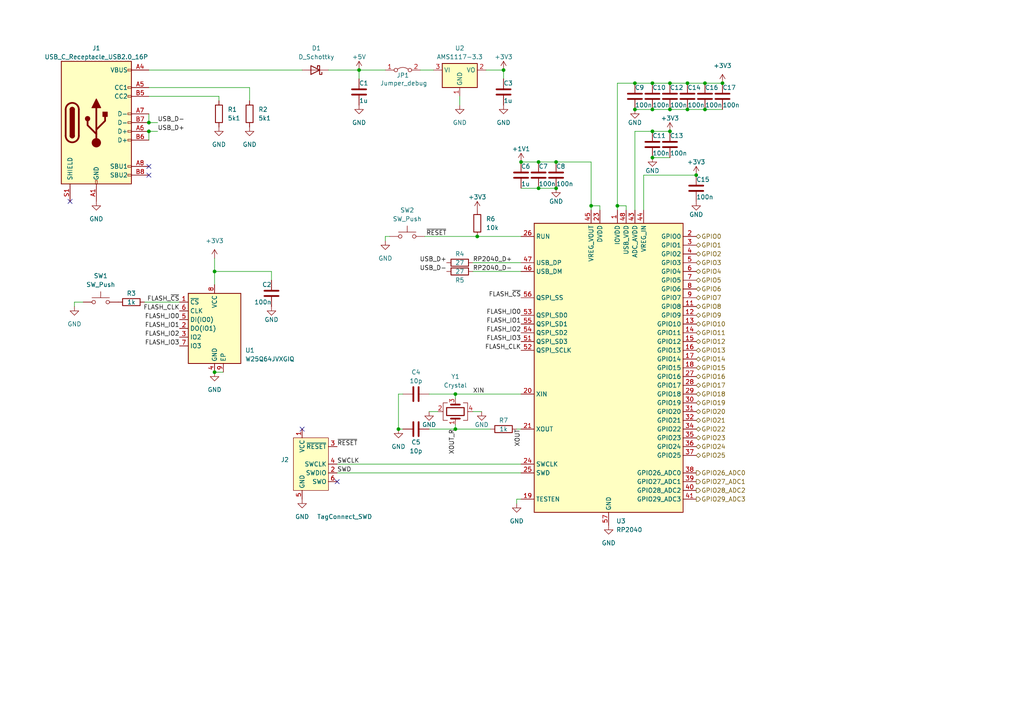
<source format=kicad_sch>
(kicad_sch (version 20231120) (generator "eeschema") (generator_version "8.0")
  (paper "A4")
  (lib_symbols
    (symbol "+3V3_1" (power) (pin_numbers hide) (pin_names (offset 0) hide)
      (property "Value" "+3V3" (at 0 3.556 0))
      (symbol "+3V3_1_0_1"
        (polyline (pts (xy -0.762 1.27) (xy 0 2.54)))
        (polyline (pts (xy 0 0) (xy 0 2.54)))
        (polyline (pts (xy 0 2.54) (xy 0.762 1.27)))
      )
      (symbol "+3V3_1_1_1"
        (pin power_in line (at 0 0 90) (length 0) (name "~") (number "1"))
      )
    )
    (symbol "Connector:Conn_ARM_SWD_TagConnect_TC2030-NL" (in_bom no)
      (property "Reference" "J" (at 2.54 11.43 0))
      (property "Value" "Conn_ARM_SWD_TagConnect_TC2030-NL" (at 2.54 8.89 0))
      (symbol "Conn_ARM_SWD_TagConnect_TC2030-NL_0_0"
        (pin power_in line (at -2.54 10.16 270) (length 2.54) (name "VCC") (number "1"))
        (pin bidirectional line (at 7.62 -2.54 180) (length 2.54) (name "SWDIO") (number "2"))
        (pin open_collector line (at 7.62 5.08 180) (length 2.54) (name "~{RESET}") (number "3"))
        (pin output line (at 7.62 0 180) (length 2.54) (name "SWCLK") (number "4"))
        (pin power_in line (at -2.54 -10.16 90) (length 2.54) (name "GND") (number "5"))
        (pin input line (at 7.62 -5.08 180) (length 2.54) (name "SWO") (number "6"))
      )
      (symbol "Conn_ARM_SWD_TagConnect_TC2030-NL_0_1"
        (rectangle (start -5.08 7.62) (end 5.08 -7.62) (fill (type background)))
      )
    )
    (symbol "Connector:USB_C_Receptacle_USB2.0_16P" (pin_names (offset 1.016))
      (property "Reference" "J" (at 0 22.225 0))
      (property "Value" "USB_C_Receptacle_USB2.0_16P" (at 0 19.685 0))
      (symbol "USB_C_Receptacle_USB2.0_16P_0_0"
        (rectangle (start -0.254 -17.78) (end 0.254 -16.764))
        (rectangle (start 10.16 -14.986) (end 9.144 -15.494))
        (rectangle (start 10.16 -12.446) (end 9.144 -12.954))
        (rectangle (start 10.16 -4.826) (end 9.144 -5.334))
        (rectangle (start 10.16 -2.286) (end 9.144 -2.794))
        (rectangle (start 10.16 0.254) (end 9.144 -0.254))
        (rectangle (start 10.16 2.794) (end 9.144 2.286))
        (rectangle (start 10.16 7.874) (end 9.144 7.366))
        (rectangle (start 10.16 10.414) (end 9.144 9.906))
        (rectangle (start 10.16 15.494) (end 9.144 14.986))
      )
      (symbol "USB_C_Receptacle_USB2.0_16P_0_1"
        (rectangle (start -10.16 17.78) (end 10.16 -17.78) (stroke (width 0.254)) (fill (type background)))
        (arc (start -8.89 -3.81) (mid -6.985 -5.7067) (end -5.08 -3.81) (stroke (width 0.508)))
        (arc (start -7.62 -3.81) (mid -6.985 -4.4423) (end -6.35 -3.81) (stroke (width 0.254)))
        (arc (start -7.62 -3.81) (mid -6.985 -4.4423) (end -6.35 -3.81) (stroke (width 0.254)) (fill (type outline)))
        (rectangle (start -7.62 -3.81) (end -6.35 3.81) (stroke (width 0.254)) (fill (type outline)))
        (arc (start -6.35 3.81) (mid -6.985 4.4423) (end -7.62 3.81) (stroke (width 0.254)))
        (arc (start -6.35 3.81) (mid -6.985 4.4423) (end -7.62 3.81) (stroke (width 0.254)) (fill (type outline)))
        (arc (start -5.08 3.81) (mid -6.985 5.7067) (end -8.89 3.81) (stroke (width 0.508)))
        (circle (center -2.54 1.143) (radius 0.635) (stroke (width 0.254)) (fill (type outline)))
        (circle (center 0 -5.842) (radius 1.27) (fill (type outline)))
        (polyline (pts (xy -8.89 -3.81) (xy -8.89 3.81)) (stroke (width 0.508)))
        (polyline (pts (xy -5.08 3.81) (xy -5.08 -3.81)) (stroke (width 0.508)))
        (polyline (pts (xy 0 -5.842) (xy 0 4.318)) (stroke (width 0.508)))
        (polyline (pts (xy 0 -3.302) (xy -2.54 -0.762) (xy -2.54 0.508)) (stroke (width 0.508)))
        (polyline (pts (xy 0 -2.032) (xy 2.54 0.508) (xy 2.54 1.778)) (stroke (width 0.508)))
        (polyline (pts (xy -1.27 4.318) (xy 0 6.858) (xy 1.27 4.318) (xy -1.27 4.318)) (stroke (width 0.254)) (fill (type outline)))
        (rectangle (start 1.905 1.778) (end 3.175 3.048) (stroke (width 0.254)) (fill (type outline)))
      )
      (symbol "USB_C_Receptacle_USB2.0_16P_1_1"
        (pin passive line (at 0 -22.86 90) (length 5.08) (name "GND") (number "A1"))
        (pin passive line (at 0 -22.86 90) (length 5.08) hide (name "GND") (number "A12"))
        (pin passive line (at 15.24 15.24 180) (length 5.08) (name "VBUS") (number "A4"))
        (pin bidirectional line (at 15.24 10.16 180) (length 5.08) (name "CC1") (number "A5"))
        (pin bidirectional line (at 15.24 -2.54 180) (length 5.08) (name "D+") (number "A6"))
        (pin bidirectional line (at 15.24 2.54 180) (length 5.08) (name "D-") (number "A7"))
        (pin bidirectional line (at 15.24 -12.7 180) (length 5.08) (name "SBU1") (number "A8"))
        (pin passive line (at 15.24 15.24 180) (length 5.08) hide (name "VBUS") (number "A9"))
        (pin passive line (at 0 -22.86 90) (length 5.08) hide (name "GND") (number "B1"))
        (pin passive line (at 0 -22.86 90) (length 5.08) hide (name "GND") (number "B12"))
        (pin passive line (at 15.24 15.24 180) (length 5.08) hide (name "VBUS") (number "B4"))
        (pin bidirectional line (at 15.24 7.62 180) (length 5.08) (name "CC2") (number "B5"))
        (pin bidirectional line (at 15.24 -5.08 180) (length 5.08) (name "D+") (number "B6"))
        (pin bidirectional line (at 15.24 0 180) (length 5.08) (name "D-") (number "B7"))
        (pin bidirectional line (at 15.24 -15.24 180) (length 5.08) (name "SBU2") (number "B8"))
        (pin passive line (at 15.24 15.24 180) (length 5.08) hide (name "VBUS") (number "B9"))
        (pin passive line (at -7.62 -22.86 90) (length 5.08) (name "SHIELD") (number "S1"))
      )
    )
    (symbol "Device:C" (pin_numbers hide) (pin_names (offset 0.254))
      (property "Reference" "C" (at 0.635 2.54 0))
      (property "Value" "C" (at 0.635 -2.54 0))
      (symbol "C_0_1"
        (polyline (pts (xy -2.032 -0.762) (xy 2.032 -0.762)) (stroke (width 0.508)))
        (polyline (pts (xy -2.032 0.762) (xy 2.032 0.762)) (stroke (width 0.508)))
      )
      (symbol "C_1_1"
        (pin passive line (at 0 3.81 270) (length 2.794) (name "~") (number "1"))
        (pin passive line (at 0 -3.81 90) (length 2.794) (name "~") (number "2"))
      )
    )
    (symbol "Device:Crystal_GND24" (pin_names (offset 1.016) hide)
      (property "Reference" "Y" (at 3.175 5.08 0))
      (property "Value" "Crystal_GND24" (at 3.175 3.175 0))
      (symbol "Crystal_GND24_0_1"
        (rectangle (start -1.143 2.54) (end 1.143 -2.54) (stroke (width 0.3048)))
        (polyline (pts (xy -2.54 0) (xy -2.032 0)))
        (polyline (pts (xy -2.032 -1.27) (xy -2.032 1.27)) (stroke (width 0.508)))
        (polyline (pts (xy 0 -3.81) (xy 0 -3.556)))
        (polyline (pts (xy 0 3.556) (xy 0 3.81)))
        (polyline (pts (xy 2.032 -1.27) (xy 2.032 1.27)) (stroke (width 0.508)))
        (polyline (pts (xy 2.032 0) (xy 2.54 0)))
        (polyline (pts (xy -2.54 -2.286) (xy -2.54 -3.556) (xy 2.54 -3.556) (xy 2.54 -2.286)))
        (polyline (pts (xy -2.54 2.286) (xy -2.54 3.556) (xy 2.54 3.556) (xy 2.54 2.286)))
      )
      (symbol "Crystal_GND24_1_1"
        (pin passive line (at -3.81 0 0) (length 1.27) (name "1") (number "1"))
        (pin passive line (at 0 5.08 270) (length 1.27) (name "2") (number "2"))
        (pin passive line (at 3.81 0 180) (length 1.27) (name "3") (number "3"))
        (pin passive line (at 0 -5.08 90) (length 1.27) (name "4") (number "4"))
      )
    )
    (symbol "Device:D_Schottky" (pin_numbers hide) (pin_names (offset 1.016) hide)
      (property "Reference" "D" (at 0 2.54 0))
      (property "Value" "D_Schottky" (at 0 -2.54 0))
      (symbol "D_Schottky_0_1"
        (polyline (pts (xy 1.27 0) (xy -1.27 0)))
        (polyline (pts (xy 1.27 1.27) (xy 1.27 -1.27) (xy -1.27 0) (xy 1.27 1.27)) (stroke (width 0.254)))
        (polyline (pts (xy -1.905 0.635) (xy -1.905 1.27) (xy -1.27 1.27) (xy -1.27 -1.27) (xy -0.635 -1.27) (xy -0.635 -0.635)) (stroke (width 0.254)))
      )
      (symbol "D_Schottky_1_1"
        (pin passive line (at -3.81 0 0) (length 2.54) (name "K") (number "1"))
        (pin passive line (at 3.81 0 180) (length 2.54) (name "A") (number "2"))
      )
    )
    (symbol "Device:R" (pin_numbers hide) (pin_names (offset 0))
      (property "Reference" "R" (at 2.032 0 90))
      (property "Value" "R" (at 0 0 90))
      (symbol "R_0_1"
        (rectangle (start -1.016 -2.54) (end 1.016 2.54) (stroke (width 0.254)))
      )
      (symbol "R_1_1"
        (pin passive line (at 0 3.81 270) (length 1.27) (name "~") (number "1"))
        (pin passive line (at 0 -3.81 90) (length 1.27) (name "~") (number "2"))
      )
    )
    (symbol "Jumper:Jumper_2_Bridged" (pin_names (offset 0) hide)
      (property "Reference" "JP" (at 0 1.905 0))
      (property "Value" "Jumper_2_Bridged" (at 0 -2.54 0))
      (symbol "Jumper_2_Bridged_0_0"
        (circle (center -2.032 0) (radius 0.508))
        (circle (center 2.032 0) (radius 0.508))
      )
      (symbol "Jumper_2_Bridged_0_1"
        (arc (start 1.524 0.254) (mid 0 0.762) (end -1.524 0.254))
      )
      (symbol "Jumper_2_Bridged_1_1"
        (pin passive line (at -5.08 0 0) (length 2.54) (name "A") (number "1"))
        (pin passive line (at 5.08 0 180) (length 2.54) (name "B") (number "2"))
      )
    )
    (symbol "MCU_RaspberryPi:RP2040"
      (property "Reference" "U" (at 17.78 45.72 0))
      (property "Value" "RP2040" (at 17.78 43.18 0))
      (symbol "RP2040_0_1"
        (rectangle (start -21.59 41.91) (end 21.59 -41.91) (stroke (width 0.254)) (fill (type background)))
      )
      (symbol "RP2040_1_1"
        (pin power_in line (at 2.54 45.72 270) (length 3.81) (name "IOVDD") (number "1"))
        (pin passive line (at 2.54 45.72 270) (length 3.81) hide (name "IOVDD") (number "10"))
        (pin bidirectional line (at 25.4 17.78 180) (length 3.81) (name "GPIO8") (number "11"))
        (pin bidirectional line (at 25.4 15.24 180) (length 3.81) (name "GPIO9") (number "12"))
        (pin bidirectional line (at 25.4 12.7 180) (length 3.81) (name "GPIO10") (number "13"))
        (pin bidirectional line (at 25.4 10.16 180) (length 3.81) (name "GPIO11") (number "14"))
        (pin bidirectional line (at 25.4 7.62 180) (length 3.81) (name "GPIO12") (number "15"))
        (pin bidirectional line (at 25.4 5.08 180) (length 3.81) (name "GPIO13") (number "16"))
        (pin bidirectional line (at 25.4 2.54 180) (length 3.81) (name "GPIO14") (number "17"))
        (pin bidirectional line (at 25.4 0 180) (length 3.81) (name "GPIO15") (number "18"))
        (pin input line (at -25.4 -38.1 0) (length 3.81) (name "TESTEN") (number "19"))
        (pin bidirectional line (at 25.4 38.1 180) (length 3.81) (name "GPIO0") (number "2"))
        (pin input line (at -25.4 -7.62 0) (length 3.81) (name "XIN") (number "20"))
        (pin passive line (at -25.4 -17.78 0) (length 3.81) (name "XOUT") (number "21"))
        (pin passive line (at 2.54 45.72 270) (length 3.81) hide (name "IOVDD") (number "22"))
        (pin power_in line (at -2.54 45.72 270) (length 3.81) (name "DVDD") (number "23"))
        (pin input line (at -25.4 -27.94 0) (length 3.81) (name "SWCLK") (number "24"))
        (pin bidirectional line (at -25.4 -30.48 0) (length 3.81) (name "SWD") (number "25"))
        (pin input line (at -25.4 38.1 0) (length 3.81) (name "RUN") (number "26"))
        (pin bidirectional line (at 25.4 -2.54 180) (length 3.81) (name "GPIO16") (number "27"))
        (pin bidirectional line (at 25.4 -5.08 180) (length 3.81) (name "GPIO17") (number "28"))
        (pin bidirectional line (at 25.4 -7.62 180) (length 3.81) (name "GPIO18") (number "29"))
        (pin bidirectional line (at 25.4 35.56 180) (length 3.81) (name "GPIO1") (number "3"))
        (pin bidirectional line (at 25.4 -10.16 180) (length 3.81) (name "GPIO19") (number "30"))
        (pin bidirectional line (at 25.4 -12.7 180) (length 3.81) (name "GPIO20") (number "31"))
        (pin bidirectional line (at 25.4 -15.24 180) (length 3.81) (name "GPIO21") (number "32"))
        (pin passive line (at 2.54 45.72 270) (length 3.81) hide (name "IOVDD") (number "33"))
        (pin bidirectional line (at 25.4 -17.78 180) (length 3.81) (name "GPIO22") (number "34"))
        (pin bidirectional line (at 25.4 -20.32 180) (length 3.81) (name "GPIO23") (number "35"))
        (pin bidirectional line (at 25.4 -22.86 180) (length 3.81) (name "GPIO24") (number "36"))
        (pin bidirectional line (at 25.4 -25.4 180) (length 3.81) (name "GPIO25") (number "37"))
        (pin bidirectional line (at 25.4 -30.48 180) (length 3.81) (name "GPIO26_ADC0") (number "38"))
        (pin bidirectional line (at 25.4 -33.02 180) (length 3.81) (name "GPIO27_ADC1") (number "39"))
        (pin bidirectional line (at 25.4 33.02 180) (length 3.81) (name "GPIO2") (number "4"))
        (pin bidirectional line (at 25.4 -35.56 180) (length 3.81) (name "GPIO28_ADC2") (number "40"))
        (pin bidirectional line (at 25.4 -38.1 180) (length 3.81) (name "GPIO29_ADC3") (number "41"))
        (pin passive line (at 2.54 45.72 270) (length 3.81) hide (name "IOVDD") (number "42"))
        (pin power_in line (at 7.62 45.72 270) (length 3.81) (name "ADC_AVDD") (number "43"))
        (pin power_in line (at 10.16 45.72 270) (length 3.81) (name "VREG_IN") (number "44"))
        (pin power_out line (at -5.08 45.72 270) (length 3.81) (name "VREG_VOUT") (number "45"))
        (pin bidirectional line (at -25.4 27.94 0) (length 3.81) (name "USB_DM") (number "46"))
        (pin bidirectional line (at -25.4 30.48 0) (length 3.81) (name "USB_DP") (number "47"))
        (pin power_in line (at 5.08 45.72 270) (length 3.81) (name "USB_VDD") (number "48"))
        (pin passive line (at 2.54 45.72 270) (length 3.81) hide (name "IOVDD") (number "49"))
        (pin bidirectional line (at 25.4 30.48 180) (length 3.81) (name "GPIO3") (number "5"))
        (pin passive line (at -2.54 45.72 270) (length 3.81) hide (name "DVDD") (number "50"))
        (pin bidirectional line (at -25.4 7.62 0) (length 3.81) (name "QSPI_SD3") (number "51"))
        (pin output line (at -25.4 5.08 0) (length 3.81) (name "QSPI_SCLK") (number "52"))
        (pin bidirectional line (at -25.4 15.24 0) (length 3.81) (name "QSPI_SD0") (number "53"))
        (pin bidirectional line (at -25.4 10.16 0) (length 3.81) (name "QSPI_SD2") (number "54"))
        (pin bidirectional line (at -25.4 12.7 0) (length 3.81) (name "QSPI_SD1") (number "55"))
        (pin bidirectional line (at -25.4 20.32 0) (length 3.81) (name "QSPI_SS") (number "56"))
        (pin power_in line (at 0 -45.72 90) (length 3.81) (name "GND") (number "57"))
        (pin bidirectional line (at 25.4 27.94 180) (length 3.81) (name "GPIO4") (number "6"))
        (pin bidirectional line (at 25.4 25.4 180) (length 3.81) (name "GPIO5") (number "7"))
        (pin bidirectional line (at 25.4 22.86 180) (length 3.81) (name "GPIO6") (number "8"))
        (pin bidirectional line (at 25.4 20.32 180) (length 3.81) (name "GPIO7") (number "9"))
      )
    )
    (symbol "Memory_Flash:W25Q32JVZP"
      (property "Reference" "U" (at -6.35 11.43 0))
      (property "Value" "W25Q32JVZP" (at 7.62 11.43 0))
      (symbol "W25Q32JVZP_0_1"
        (rectangle (start -7.62 10.16) (end 7.62 -10.16) (stroke (width 0.254)) (fill (type background)))
      )
      (symbol "W25Q32JVZP_1_1"
        (pin input line (at -10.16 7.62 0) (length 2.54) (name "~{CS}") (number "1"))
        (pin bidirectional line (at -10.16 0 0) (length 2.54) (name "DO(IO1)") (number "2"))
        (pin bidirectional line (at -10.16 -2.54 0) (length 2.54) (name "IO2") (number "3"))
        (pin power_in line (at 0 -12.7 90) (length 2.54) (name "GND") (number "4"))
        (pin bidirectional line (at -10.16 2.54 0) (length 2.54) (name "DI(IO0)") (number "5"))
        (pin input line (at -10.16 5.08 0) (length 2.54) (name "CLK") (number "6"))
        (pin bidirectional line (at -10.16 -5.08 0) (length 2.54) (name "IO3") (number "7"))
        (pin power_in line (at 0 12.7 270) (length 2.54) (name "VCC") (number "8"))
        (pin passive line (at 2.54 -12.7 90) (length 2.54) (name "EP") (number "9"))
      )
    )
    (symbol "Regulator_Linear:AMS1117-3.3"
      (property "Reference" "U" (at -3.81 3.175 0))
      (property "Value" "AMS1117-3.3" (at 0 3.175 0))
      (symbol "AMS1117-3.3_0_1"
        (rectangle (start -5.08 -5.08) (end 5.08 1.905) (stroke (width 0.254)) (fill (type background)))
      )
      (symbol "AMS1117-3.3_1_1"
        (pin power_in line (at 0 -7.62 90) (length 2.54) (name "GND") (number "1"))
        (pin power_out line (at 7.62 0 180) (length 2.54) (name "VO") (number "2"))
        (pin power_in line (at -7.62 0 0) (length 2.54) (name "VI") (number "3"))
      )
    )
    (symbol "Switch:SW_Push" (pin_numbers hide) (pin_names (offset 1.016) hide)
      (property "Reference" "SW" (at 1.27 2.54 0))
      (property "Value" "SW_Push" (at 0 -1.524 0))
      (symbol "SW_Push_0_1"
        (circle (center -2.032 0) (radius 0.508))
        (polyline (pts (xy 0 1.27) (xy 0 3.048)))
        (polyline (pts (xy 2.54 1.27) (xy -2.54 1.27)))
        (circle (center 2.032 0) (radius 0.508))
        (pin passive line (at -5.08 0 0) (length 2.54) (name "1") (number "1"))
        (pin passive line (at 5.08 0 180) (length 2.54) (name "2") (number "2"))
      )
    )
    (symbol "power:+1V1" (power) (pin_names (offset 0))
      (property "Value" "+1V1" (at 0 3.556 0))
      (symbol "+1V1_0_1"
        (polyline (pts (xy -0.762 1.27) (xy 0 2.54)))
        (polyline (pts (xy 0 0) (xy 0 2.54)))
        (polyline (pts (xy 0 2.54) (xy 0.762 1.27)))
      )
      (symbol "+1V1_1_1"
        (pin power_in line (at 0 0 90) (length 0) hide (name "+1V1") (number "1"))
      )
    )
    (symbol "power:+3V3" (power) (pin_names (offset 0))
      (property "Value" "+3V3" (at 0 3.556 0))
      (symbol "+3V3_0_1"
        (polyline (pts (xy -0.762 1.27) (xy 0 2.54)))
        (polyline (pts (xy 0 0) (xy 0 2.54)))
        (polyline (pts (xy 0 2.54) (xy 0.762 1.27)))
      )
      (symbol "+3V3_1_1"
        (pin power_in line (at 0 0 90) (length 0) hide (name "+3V3") (number "1"))
      )
    )
    (symbol "power:+5V" (power) (pin_numbers hide) (pin_names (offset 0) hide)
      (property "Value" "+5V" (at 0 3.556 0))
      (symbol "+5V_0_1"
        (polyline (pts (xy -0.762 1.27) (xy 0 2.54)))
        (polyline (pts (xy 0 0) (xy 0 2.54)))
        (polyline (pts (xy 0 2.54) (xy 0.762 1.27)))
      )
      (symbol "+5V_1_1"
        (pin power_in line (at 0 0 90) (length 0) (name "~") (number "1"))
      )
    )
    (symbol "power:GND" (power) (pin_names (offset 0))
      (property "Value" "GND" (at 0 -3.81 0))
      (symbol "GND_0_1"
        (polyline (pts (xy 0 0) (xy 0 -1.27) (xy 1.27 -1.27) (xy 0 -2.54) (xy -1.27 -1.27) (xy 0 -1.27)))
      )
      (symbol "GND_1_1"
        (pin power_in line (at 0 0 270) (length 0) hide (name "GND") (number "1"))
      )
    )
  )
  (junction (at 43.18 38.1))
  (junction (at 199.39 24.13))
  (junction (at 201.93 50.8))
  (junction (at 199.39 31.75))
  (junction (at 161.29 54.61))
  (junction (at 62.23 78.74))
  (junction (at 204.47 31.75))
  (junction (at 194.31 38.1))
  (junction (at 209.55 24.13))
  (junction (at 194.31 31.75))
  (junction (at 189.23 24.13))
  (junction (at 156.21 54.61))
  (junction (at 146.05 20.32))
  (junction (at 161.29 46.99))
  (junction (at 189.23 38.1))
  (junction (at 189.23 31.75))
  (junction (at 194.31 24.13))
  (junction (at 132.08 124.46))
  (junction (at 132.08 114.3))
  (junction (at 43.18 35.56))
  (junction (at 62.23 107.95))
  (junction (at 171.45 59.69))
  (junction (at 104.14 20.32))
  (junction (at 115.57 124.46))
  (junction (at 189.23 45.72))
  (junction (at 156.21 46.99))
  (junction (at 204.47 24.13))
  (junction (at 184.15 31.75))
  (junction (at 184.15 24.13))
  (junction (at 179.07 59.69))
  (junction (at 151.13 46.99))
  (junction (at 138.43 68.58))
  (no_connect (at 87.63 124.46))
  (no_connect (at 43.18 50.8))
  (no_connect (at 97.79 139.7))
  (no_connect (at 20.32 58.42))
  (no_connect (at 43.18 48.26))
  (wire (pts (xy 72.39 25.4) (xy 72.39 29.21)))
  (wire (pts (xy 179.07 24.13) (xy 184.15 24.13)))
  (wire (pts (xy 97.79 134.62) (xy 151.13 134.62)))
  (wire (pts (xy 21.59 88.9) (xy 21.59 87.63)))
  (wire (pts (xy 139.7 119.38) (xy 137.16 119.38)))
  (wire (pts (xy 171.45 46.99) (xy 171.45 59.69)))
  (wire (pts (xy 204.47 24.13) (xy 209.55 24.13)))
  (wire (pts (xy 149.86 144.78) (xy 151.13 144.78)))
  (wire (pts (xy 189.23 31.75) (xy 194.31 31.75)))
  (wire (pts (xy 199.39 31.75) (xy 204.47 31.75)))
  (wire (pts (xy 123.19 68.58) (xy 138.43 68.58)))
  (wire (pts (xy 111.76 68.58) (xy 113.03 68.58)))
  (wire (pts (xy 116.84 124.46) (xy 115.57 124.46)))
  (wire (pts (xy 43.18 38.1) (xy 45.72 38.1)))
  (wire (pts (xy 138.43 68.58) (xy 151.13 68.58)))
  (wire (pts (xy 43.18 38.1) (xy 43.18 40.64)))
  (wire (pts (xy 189.23 45.72) (xy 194.31 45.72)))
  (wire (pts (xy 151.13 54.61) (xy 156.21 54.61)))
  (wire (pts (xy 142.24 124.46) (xy 132.08 124.46)))
  (wire (pts (xy 189.23 24.13) (xy 194.31 24.13)))
  (wire (pts (xy 43.18 35.56) (xy 45.72 35.56)))
  (wire (pts (xy 189.23 38.1) (xy 194.31 38.1)))
  (wire (pts (xy 43.18 33.02) (xy 43.18 35.56)))
  (wire (pts (xy 179.07 59.69) (xy 179.07 24.13)))
  (wire (pts (xy 140.97 20.32) (xy 146.05 20.32)))
  (wire (pts (xy 41.91 87.63) (xy 52.07 87.63)))
  (wire (pts (xy 133.35 30.48) (xy 133.35 27.94)))
  (wire (pts (xy 186.69 50.8) (xy 186.69 60.96)))
  (wire (pts (xy 95.25 20.32) (xy 104.14 20.32)))
  (wire (pts (xy 181.61 59.69) (xy 181.61 60.96)))
  (wire (pts (xy 184.15 38.1) (xy 184.15 60.96)))
  (wire (pts (xy 149.86 124.46) (xy 151.13 124.46)))
  (wire (pts (xy 43.18 27.94) (xy 63.5 27.94)))
  (wire (pts (xy 179.07 60.96) (xy 179.07 59.69)))
  (wire (pts (xy 184.15 38.1) (xy 189.23 38.1)))
  (wire (pts (xy 186.69 50.8) (xy 201.93 50.8)))
  (wire (pts (xy 137.16 76.2) (xy 151.13 76.2)))
  (wire (pts (xy 194.31 24.13) (xy 199.39 24.13)))
  (wire (pts (xy 62.23 78.74) (xy 62.23 82.55)))
  (wire (pts (xy 21.59 87.63) (xy 24.13 87.63)))
  (wire (pts (xy 184.15 24.13) (xy 189.23 24.13)))
  (wire (pts (xy 62.23 74.93) (xy 62.23 78.74)))
  (wire (pts (xy 132.08 124.46) (xy 132.08 123.19)))
  (wire (pts (xy 124.46 124.46) (xy 132.08 124.46)))
  (wire (pts (xy 156.21 46.99) (xy 161.29 46.99)))
  (wire (pts (xy 78.74 81.28) (xy 78.74 78.74)))
  (wire (pts (xy 124.46 119.38) (xy 127 119.38)))
  (wire (pts (xy 149.86 146.05) (xy 149.86 144.78)))
  (wire (pts (xy 62.23 78.74) (xy 78.74 78.74)))
  (wire (pts (xy 104.14 22.86) (xy 104.14 20.32)))
  (wire (pts (xy 132.08 115.57) (xy 132.08 114.3)))
  (wire (pts (xy 125.73 20.32) (xy 121.92 20.32)))
  (wire (pts (xy 124.46 114.3) (xy 132.08 114.3)))
  (wire (pts (xy 171.45 59.69) (xy 171.45 60.96)))
  (wire (pts (xy 194.31 31.75) (xy 199.39 31.75)))
  (wire (pts (xy 132.08 114.3) (xy 151.13 114.3)))
  (wire (pts (xy 199.39 24.13) (xy 204.47 24.13)))
  (wire (pts (xy 111.76 69.85) (xy 111.76 68.58)))
  (wire (pts (xy 146.05 22.86) (xy 146.05 20.32)))
  (wire (pts (xy 173.99 59.69) (xy 171.45 59.69)))
  (wire (pts (xy 184.15 31.75) (xy 189.23 31.75)))
  (wire (pts (xy 115.57 124.46) (xy 115.57 114.3)))
  (wire (pts (xy 62.23 107.95) (xy 64.77 107.95)))
  (wire (pts (xy 204.47 31.75) (xy 209.55 31.75)))
  (wire (pts (xy 161.29 46.99) (xy 171.45 46.99)))
  (wire (pts (xy 43.18 20.32) (xy 87.63 20.32)))
  (wire (pts (xy 151.13 46.99) (xy 156.21 46.99)))
  (wire (pts (xy 104.14 20.32) (xy 111.76 20.32)))
  (wire (pts (xy 115.57 114.3) (xy 116.84 114.3)))
  (wire (pts (xy 173.99 60.96) (xy 173.99 59.69)))
  (wire (pts (xy 43.18 25.4) (xy 72.39 25.4)))
  (wire (pts (xy 156.21 54.61) (xy 161.29 54.61)))
  (wire (pts (xy 97.79 137.16) (xy 151.13 137.16)))
  (wire (pts (xy 179.07 59.69) (xy 181.61 59.69)))
  (wire (pts (xy 63.5 27.94) (xy 63.5 29.21)))
  (wire (pts (xy 137.16 78.74) (xy 151.13 78.74)))
  (label "SWCLK" (at 97.79 134.62 0))
  (label "FLASH_IO3" (at 52.07 100.33 180))
  (label "FLASH_CLK" (at 151.13 101.6 180))
  (label "RP2040_D-" (at 137.16 78.74 0))
  (label "XOUT_R" (at 132.08 124.46 270))
  (label "XOUT" (at 151.13 124.46 270))
  (label "FLASH_IO2" (at 52.07 97.79 180))
  (label "~{RESET}" (at 97.79 129.54 0))
  (label "USB_D+" (at 45.72 38.1 0))
  (label "FLASH_~{CS}" (at 52.07 87.63 180))
  (label "FLASH_CLK" (at 52.07 90.17 180))
  (label "SWD" (at 97.79 137.16 0))
  (label "FLASH_IO1" (at 151.13 93.98 180))
  (label "XIN" (at 137.16 114.3 0))
  (label "FLASH_~{CS}" (at 151.13 86.36 180))
  (label "FLASH_IO0" (at 52.07 92.71 180))
  (label "FLASH_IO1" (at 52.07 95.25 180))
  (label "FLASH_IO3" (at 151.13 99.06 180))
  (label "FLASH_IO0" (at 151.13 91.44 180))
  (label "USB_D+" (at 129.54 76.2 180))
  (label "USB_D-" (at 129.54 78.74 180))
  (label "USB_D-" (at 45.72 35.56 0))
  (label "~{RESET}" (at 129.54 68.58 180))
  (label "FLASH_IO2" (at 151.13 96.52 180))
  (label "RP2040_D+" (at 137.16 76.2 0))
  (hierarchical_label "GPIO28_ADC2" (shape output) (at 201.93 142.24 0))
  (hierarchical_label "GPIO15" (shape bidirectional) (at 201.93 106.68 0))
  (hierarchical_label "GPIO3" (shape bidirectional) (at 201.93 76.2 0))
  (hierarchical_label "GPIO1" (shape bidirectional) (at 201.93 71.12 0))
  (hierarchical_label "GPIO0" (shape bidirectional) (at 201.93 68.58 0))
  (hierarchical_label "GPIO25" (shape bidirectional) (at 201.93 132.08 0))
  (hierarchical_label "GPIO26_ADC0" (shape output) (at 201.93 137.16 0))
  (hierarchical_label "GPIO16" (shape bidirectional) (at 201.93 109.22 0))
  (hierarchical_label "GPIO12" (shape bidirectional) (at 201.93 99.06 0))
  (hierarchical_label "GPIO13" (shape bidirectional) (at 201.93 101.6 0))
  (hierarchical_label "GPIO17" (shape bidirectional) (at 201.93 111.76 0))
  (hierarchical_label "GPIO10" (shape bidirectional) (at 201.93 93.98 0))
  (hierarchical_label "GPIO14" (shape bidirectional) (at 201.93 104.14 0))
  (hierarchical_label "GPIO18" (shape bidirectional) (at 201.93 114.3 0))
  (hierarchical_label "GPIO5" (shape bidirectional) (at 201.93 81.28 0))
  (hierarchical_label "GPIO7" (shape bidirectional) (at 201.93 86.36 0))
  (hierarchical_label "GPIO11" (shape bidirectional) (at 201.93 96.52 0))
  (hierarchical_label "GPIO9" (shape bidirectional) (at 201.93 91.44 0))
  (hierarchical_label "GPIO4" (shape bidirectional) (at 201.93 78.74 0))
  (hierarchical_label "GPIO6" (shape bidirectional) (at 201.93 83.82 0))
  (hierarchical_label "GPIO29_ADC3" (shape output) (at 201.93 144.78 0))
  (hierarchical_label "GPIO24" (shape bidirectional) (at 201.93 129.54 0))
  (hierarchical_label "GPIO21" (shape bidirectional) (at 201.93 121.92 0))
  (hierarchical_label "GPIO2" (shape bidirectional) (at 201.93 73.66 0))
  (hierarchical_label "GPIO20" (shape bidirectional) (at 201.93 119.38 0))
  (hierarchical_label "GPIO27_ADC1" (shape output) (at 201.93 139.7 0))
  (hierarchical_label "GPIO23" (shape bidirectional) (at 201.93 127 0))
  (hierarchical_label "GPIO19" (shape bidirectional) (at 201.93 116.84 0))
  (hierarchical_label "GPIO8" (shape bidirectional) (at 201.93 88.9 0))
  (hierarchical_label "GPIO22" (shape bidirectional) (at 201.93 124.46 0))
  (symbol (lib_id "power:GND") (at 62.23 107.95 0) (unit 1)
    (property "Reference" "#PWR06" (effects (hide yes)))
    (property "Value" "GND" (at 62.23 113.03 0))
  )
  (symbol (lib_id "power:GND") (at 78.74 88.9 0) (mirror y) (unit 1)
    (property "Reference" "#PWR09" (effects (hide yes)))
    (property "Value" "GND" (at 78.74 92.71 0))
  )
  (symbol (lib_id "Device:C") (at 184.15 27.94 0) (unit 1)
    (property "Reference" "C9" (at 184.15 25.4 0) (effects (justify left)))
    (property "Value" "100n" (at 184.15 30.48 0) (effects (justify left)))
    (property "Footprint" "Capacitor_SMD:C_0402_1005Metric" (effects (hide yes)))
    (property "Datasheet" "https://eu.mouser.com/datasheet/2/281/1/GRM155R62A104ME14_01A-1983921.pdf" (effects (hide yes)))
    (property "mouser" "81-GRM155R62A104ME4D " (effects (hide yes)))
  )
  (symbol (lib_id "Device:C") (at 201.93 54.61 0) (unit 1)
    (property "Reference" "C15" (at 201.93 52.07 0) (effects (justify left)))
    (property "Value" "100n" (at 201.93 57.15 0) (effects (justify left)))
    (property "Footprint" "Capacitor_SMD:C_0402_1005Metric" (effects (hide yes)))
    (property "Datasheet" "https://eu.mouser.com/datasheet/2/281/1/GRM155R62A104ME14_01A-1983921.pdf" (effects (hide yes)))
    (property "mouser" "81-GRM155R62A104ME4D " (effects (hide yes)))
  )
  (symbol (lib_id "Device:C") (at 209.55 27.94 0) (unit 1)
    (property "Reference" "C17" (at 209.55 25.4 0) (effects (justify left)))
    (property "Value" "100n" (at 209.55 30.48 0) (effects (justify left)))
    (property "Footprint" "Capacitor_SMD:C_0402_1005Metric" (effects (hide yes)))
    (property "Datasheet" "https://eu.mouser.com/datasheet/2/281/1/GRM155R62A104ME14_01A-1983921.pdf" (effects (hide yes)))
    (property "mouser" "81-GRM155R62A104ME4D " (effects (hide yes)))
  )
  (symbol (lib_id "Device:R") (at 63.5 33.02 0) (unit 1)
    (property "Reference" "R1" (at 66.04 31.75 0) (effects (justify left)))
    (property "Value" "5k1" (at 66.04 34.29 0) (effects (justify left)))
  )
  (symbol (lib_id "Memory_Flash:W25Q32JVZP") (at 62.23 95.25 0) (unit 1)
    (property "Reference" "U1" (at 71.12 101.6 0) (effects (justify left)))
    (property "Value" "W25Q64JVXGIQ" (at 71.12 104.14 0) (effects (justify left)))
    (property "Footprint" "Package_SON:WSON-8-1EP_4x4mm_P0.8mm_EP2.2x3mm" (effects (hide yes)))
    (property "Datasheet" "https://www.mouser.se/datasheet/2/949/w25q64jv_revj_03272018_plus-1489671.pdf" (effects (hide yes)))
    (property "mouser" "454-W25Q64JVXGIQTR " (effects (hide yes)))
  )
  (symbol (lib_id "Device:C") (at 189.23 27.94 0) (unit 1)
    (property "Reference" "C10" (at 189.23 25.4 0) (effects (justify left)))
    (property "Value" "100n" (at 189.23 30.48 0) (effects (justify left)))
    (property "Footprint" "Capacitor_SMD:C_0402_1005Metric" (effects (hide yes)))
    (property "Datasheet" "https://eu.mouser.com/datasheet/2/281/1/GRM155R62A104ME14_01A-1983921.pdf" (effects (hide yes)))
    (property "mouser" "81-GRM155R62A104ME4D " (effects (hide yes)))
  )
  (symbol (lib_id "power:GND") (at 139.7 119.38 0) (mirror y) (unit 1)
    (property "Reference" "#PWR018" (effects (hide yes)))
    (property "Value" "GND" (at 139.7 123.19 0))
  )
  (symbol (lib_id "power:GND") (at 124.46 119.38 0) (unit 1)
    (property "Reference" "#PWR016" (effects (hide yes)))
    (property "Value" "GND" (at 124.46 123.19 0))
  )
  (symbol (lib_id "Device:R") (at 72.39 33.02 0) (unit 1)
    (property "Reference" "R2" (at 74.93 31.75 0) (effects (justify left)))
    (property "Value" "5k1" (at 74.93 34.29 0) (effects (justify left)))
  )
  (symbol (lib_id "Device:C") (at 120.65 124.46 90) (unit 1)
    (property "Reference" "C5" (at 120.65 128.27 90))
    (property "Value" "10p" (at 120.65 130.81 90))
    (property "Footprint" "Capacitor_SMD:C_0402_1005Metric" (effects (hide yes)))
    (property "Datasheet" "https://eu.mouser.com/datasheet/2/281/1/GRT1555C2A100JA02_01A-3157828.pdf" (effects (hide yes)))
    (property "mouser" "81-GRT1555C2A100JA2J " (effects (hide yes)))
  )
  (symbol (lib_id "Connector:Conn_ARM_SWD_TagConnect_TC2030-NL") (at 90.17 134.62 0) (unit 1) (in_bom no)
    (property "Reference" "J2" (at 83.82 133.35 0) (effects (justify right)))
    (property "Value" "TagConnect_SWD" (at 107.95 149.86 0) (effects (justify right)))
    (property "Footprint" "Connector:Tag-Connect_TC2030-IDC-NL_2x03_P1.27mm_Vertical" (effects (hide yes)))
  )
  (symbol (lib_id "power:+3V3") (at 138.43 60.96 0) (unit 1)
    (property "Reference" "#PWR017" (effects (hide yes)))
    (property "Value" "+3V3" (at 138.43 57.15 0))
  )
  (symbol (lib_id "power:GND") (at 111.76 69.85 0) (mirror y) (unit 1)
    (property "Reference" "#PWR014" (effects (hide yes)))
    (property "Value" "GND" (at 111.76 74.93 0))
  )
  (symbol (lib_id "Device:R") (at 146.05 124.46 90) (unit 1)
    (property "Reference" "R7" (at 146.05 121.92 90))
    (property "Value" "1k" (at 146.05 124.46 90))
    (property "Footprint" "Resistor_SMD:R_0402_1005Metric" (effects (hide yes)))
    (property "mouser" "71-CRCW04021K00FKEE " (effects (hide yes)))
  )
  (symbol (lib_id "power:+1V1") (at 151.13 46.99 0) (unit 1)
    (property "Reference" "#PWR020" (effects (hide yes)))
    (property "Value" "+1V1" (at 151.13 43.18 0))
  )
  (symbol (lib_id "Device:C") (at 204.47 27.94 0) (unit 1)
    (property "Reference" "C16" (at 204.47 25.4 0) (effects (justify left)))
    (property "Value" "100n" (at 204.47 30.48 0) (effects (justify left)))
    (property "Footprint" "Capacitor_SMD:C_0402_1005Metric" (effects (hide yes)))
    (property "Datasheet" "https://eu.mouser.com/datasheet/2/281/1/GRM155R62A104ME14_01A-1983921.pdf" (effects (hide yes)))
    (property "mouser" "81-GRM155R62A104ME4D " (effects (hide yes)))
  )
  (symbol (lib_id "power:GND") (at 161.29 54.61 0) (unit 1)
    (property "Reference" "#PWR021" (effects (hide yes)))
    (property "Value" "GND" (at 161.29 58.42 0))
  )
  (symbol (lib_name "+3V3_1") (lib_id "power:+3V3") (at 146.05 20.32 0) (unit 1)
    (property "Reference" "#PWR012" (effects (hide yes)))
    (property "Value" "+3V3" (at 146.05 16.51 0))
    (property "Description" "Power symbol creates a global label with name \"+3V3\"" (effects (hide yes)))
  )
  (symbol (lib_id "power:GND") (at 115.57 124.46 0) (unit 1)
    (property "Reference" "#PWR015" (effects (hide yes)))
    (property "Value" "GND" (at 115.57 129.54 0))
  )
  (symbol (lib_id "Device:R") (at 138.43 64.77 0) (unit 1)
    (property "Reference" "R6" (at 140.97 63.5 0) (effects (justify left)))
    (property "Value" "10k" (at 140.97 66.04 0) (effects (justify left)))
    (property "Footprint" "Resistor_SMD:R_0402_1005Metric" (effects (hide yes)))
    (property "mouser" "71-CRCW040210K0JNEDC " (effects (hide yes)))
  )
  (symbol (lib_id "power:GND") (at 201.93 58.42 0) (unit 1)
    (property "Reference" "#PWR027" (effects (hide yes)))
    (property "Value" "GND" (at 201.93 62.23 0))
  )
  (symbol (lib_id "power:+3V3") (at 201.93 50.8 0) (unit 1)
    (property "Reference" "#PWR026" (effects (hide yes)))
    (property "Value" "+3V3" (at 201.93 46.99 0))
  )
  (symbol (lib_id "power:GND") (at 189.23 45.72 0) (unit 1)
    (property "Reference" "#PWR024" (effects (hide yes)))
    (property "Value" "GND" (at 189.23 49.53 0))
  )
  (symbol (lib_id "power:+3V3") (at 209.55 24.13 0) (unit 1)
    (property "Reference" "#PWR028" (effects (hide yes)))
    (property "Value" "+3V3" (at 209.55 19.05 0))
  )
  (symbol (lib_id "Device:C") (at 151.13 50.8 0) (unit 1)
    (property "Reference" "C6" (at 151.13 48.26 0) (effects (justify left)))
    (property "Value" "1u" (at 151.13 53.34 0) (effects (justify left)))
    (property "Footprint" "Capacitor_SMD:C_0402_1005Metric" (effects (hide yes)))
    (property "Datasheet" "https://www.mouser.se/datasheet/2/281/1/GRM155R61H105KE05_01A-1983895.pdf" (effects (hide yes)))
    (property "mouser" "81-GRM155R61H105KE5J " (effects (hide yes)))
  )
  (symbol (lib_id "power:+3V3") (at 62.23 74.93 0) (unit 1)
    (property "Reference" "#PWR05" (effects (hide yes)))
    (property "Value" "+3V3" (at 62.23 69.85 0))
  )
  (symbol (lib_id "Device:C") (at 199.39 27.94 0) (unit 1)
    (property "Reference" "C14" (at 199.39 25.4 0) (effects (justify left)))
    (property "Value" "100n" (at 199.39 30.48 0) (effects (justify left)))
    (property "Footprint" "Capacitor_SMD:C_0402_1005Metric" (effects (hide yes)))
    (property "Datasheet" "https://eu.mouser.com/datasheet/2/281/1/GRM155R62A104ME14_01A-1983921.pdf" (effects (hide yes)))
    (property "mouser" "81-GRM155R62A104ME4D " (effects (hide yes)))
  )
  (symbol (lib_id "power:GND") (at 104.14 30.48 0) (unit 1)
    (property "Reference" "#PWR08" (effects (hide yes)))
    (property "Value" "GND" (at 104.14 35.56 0))
  )
  (symbol (lib_id "Device:Crystal_GND24") (at 132.08 119.38 90) (unit 1)
    (property "Reference" "Y1" (at 132.08 109.22 90))
    (property "Value" "Crystal" (at 132.08 111.76 90))
    (property "Footprint" "Crystal:Crystal_SMD_Abracon_ABM3B-4Pin_5.0x3.2mm" (effects (hide yes)))
    (property "Datasheet" "https://eu.mouser.com/datasheet/2/3/abm3b-1774998.pdf" (effects (hide yes)))
    (property "mouser" "815-ABM3B1210B1UT " (effects (hide yes)))
  )
  (symbol (lib_id "Device:R") (at 38.1 87.63 90) (unit 1)
    (property "Reference" "R3" (at 38.1 85.09 90))
    (property "Value" "1k" (at 38.1 87.63 90))
    (property "Footprint" "Resistor_SMD:R_0402_1005Metric" (effects (hide yes)))
    (property "mouser" "71-CRCW04021K00FKEE " (effects (hide yes)))
  )
  (symbol (lib_id "power:GND") (at 176.53 152.4 0) (unit 1)
    (property "Reference" "#PWR022" (effects (hide yes)))
    (property "Value" "GND" (at 176.53 157.48 0))
  )
  (symbol (lib_id "Device:C") (at 146.05 26.67 0) (unit 1)
    (property "Reference" "C3" (at 146.05 24.13 0) (effects (justify left)))
    (property "Value" "1u" (at 146.05 29.21 0) (effects (justify left)))
    (property "Footprint" "Capacitor_SMD:C_0402_1005Metric" (effects (hide yes)))
    (property "Datasheet" "https://www.mouser.se/datasheet/2/281/1/GRM155R61H105KE05_01A-1983895.pdf" (effects (hide yes)))
    (property "mouser" "81-GRM155R61H105KE5J " (effects (hide yes)))
  )
  (symbol (lib_id "power:+3V3") (at 194.31 38.1 0) (unit 1)
    (property "Reference" "#PWR025" (effects (hide yes)))
    (property "Value" "+3V3" (at 194.31 34.29 0))
  )
  (symbol (lib_id "power:GND") (at 72.39 36.83 0) (unit 1)
    (property "Reference" "#PWR04" (effects (hide yes)))
    (property "Value" "GND" (at 72.39 41.91 0))
  )
  (symbol (lib_id "Device:C") (at 78.74 85.09 0) (mirror y) (unit 1)
    (property "Reference" "C2" (at 78.74 82.55 0) (effects (justify left)))
    (property "Value" "100n" (at 78.74 87.63 0) (effects (justify left)))
    (property "Footprint" "Capacitor_SMD:C_0402_1005Metric" (effects (hide yes)))
    (property "Datasheet" "https://eu.mouser.com/datasheet/2/281/1/GRM155R62A104ME14_01A-1983921.pdf" (effects (hide yes)))
    (property "mouser" "81-GRM155R62A104ME4D " (effects (hide yes)))
  )
  (symbol (lib_id "Device:C") (at 194.31 41.91 0) (unit 1)
    (property "Reference" "C13" (at 194.31 39.37 0) (effects (justify left)))
    (property "Value" "100n" (at 194.31 44.45 0) (effects (justify left)))
    (property "Footprint" "Capacitor_SMD:C_0402_1005Metric" (effects (hide yes)))
    (property "Datasheet" "https://eu.mouser.com/datasheet/2/281/1/GRM155R62A104ME14_01A-1983921.pdf" (effects (hide yes)))
    (property "mouser" "81-GRM155R62A104ME4D " (effects (hide yes)))
  )
  (symbol (lib_id "power:GND") (at 63.5 36.83 0) (unit 1)
    (property "Reference" "#PWR03" (effects (hide yes)))
    (property "Value" "GND" (at 63.5 41.91 0))
  )
  (symbol (lib_id "Regulator_Linear:AMS1117-3.3") (at 133.35 20.32 0) (unit 1)
    (property "Reference" "U2" (at 133.35 13.97 0))
    (property "Value" "AMS1117-3.3" (at 133.35 16.51 0))
    (property "Footprint" "Package_TO_SOT_SMD:SOT-223-3_TabPin2" (effects (hide yes)))
    (property "Datasheet" "http://www.advanced-monolithic.com/pdf/ds1117.pdf" (effects (hide yes)))
    (property "Description" "1A Low Dropout regulator, positive, 3.3V fixed output, SOT-223" (effects (hide yes)))
  )
  (symbol (lib_id "power:GND") (at 133.35 30.48 0) (unit 1)
    (property "Reference" "#PWR011" (effects (hide yes)))
    (property "Value" "GND" (at 133.35 35.56 0))
  )
  (symbol (lib_id "power:GND") (at 21.59 88.9 0) (unit 1)
    (property "Reference" "#PWR02" (effects (hide yes)))
    (property "Value" "GND" (at 21.59 93.98 0))
  )
  (symbol (lib_id "power:GND") (at 184.15 31.75 0) (unit 1)
    (property "Reference" "#PWR023" (effects (hide yes)))
    (property "Value" "GND" (at 184.15 35.56 0))
  )
  (symbol (lib_id "MCU_RaspberryPi:RP2040") (at 176.53 106.68 0) (unit 1)
    (property "Reference" "U3" (at 178.7241 151.13 0) (effects (justify left)))
    (property "Value" "RP2040" (at 178.7241 153.67 0) (effects (justify left)))
    (property "Footprint" "Package_DFN_QFN:QFN-56-1EP_7x7mm_P0.4mm_EP3.2x3.2mm" (effects (hide yes)))
    (property "Datasheet" "https://datasheets.raspberrypi.com/rp2040/rp2040-datasheet.pdf" (effects (hide yes)))
    (property "mouser" "358-SC09147" (effects (hide yes)))
  )
  (symbol (lib_id "power:GND") (at 87.63 144.78 0) (unit 1)
    (property "Reference" "#PWR010" (effects (hide yes)))
    (property "Value" "GND" (at 87.63 149.86 0))
  )
  (symbol (lib_id "power:GND") (at 149.86 146.05 0) (unit 1)
    (property "Reference" "#PWR019" (effects (hide yes)))
    (property "Value" "GND" (at 149.86 151.13 0))
  )
  (symbol (lib_id "Jumper:Jumper_2_Bridged") (at 116.84 20.32 0) (unit 1)
    (property "Reference" "JP1" (at 116.84 21.844 0))
    (property "Value" "Jumper_debug" (at 117.094 24.13 0))
    (property "Description" "Jumper, 2-pole, closed/bridged" (effects (hide yes)))
  )
  (symbol (lib_id "Device:C") (at 104.14 26.67 0) (unit 1)
    (property "Reference" "C1" (at 104.14 24.13 0) (effects (justify left)))
    (property "Value" "1u" (at 104.14 29.21 0) (effects (justify left)))
    (property "Footprint" "Capacitor_SMD:C_0402_1005Metric" (effects (hide yes)))
    (property "Datasheet" "https://www.mouser.se/datasheet/2/281/1/GRM155R61H105KE05_01A-1983895.pdf" (effects (hide yes)))
    (property "mouser" "81-GRM155R61H105KE5J " (effects (hide yes)))
  )
  (symbol (lib_id "Device:C") (at 156.21 50.8 0) (unit 1)
    (property "Reference" "C7" (at 156.21 48.26 0) (effects (justify left)))
    (property "Value" "100n" (at 156.21 53.34 0) (effects (justify left)))
    (property "Footprint" "Capacitor_SMD:C_0402_1005Metric" (effects (hide yes)))
    (property "Datasheet" "https://eu.mouser.com/datasheet/2/281/1/GRM155R62A104ME14_01A-1983921.pdf" (effects (hide yes)))
    (property "mouser" "81-GRM155R62A104ME4D " (effects (hide yes)))
  )
  (symbol (lib_id "Device:C") (at 161.29 50.8 0) (unit 1)
    (property "Reference" "C8" (at 161.29 48.26 0) (effects (justify left)))
    (property "Value" "100n" (at 161.29 53.34 0) (effects (justify left)))
    (property "Footprint" "Capacitor_SMD:C_0402_1005Metric" (effects (hide yes)))
    (property "Datasheet" "https://eu.mouser.com/datasheet/2/281/1/GRM155R62A104ME14_01A-1983921.pdf" (effects (hide yes)))
    (property "mouser" "81-GRM155R62A104ME4D " (effects (hide yes)))
  )
  (symbol (lib_id "Switch:SW_Push") (at 29.21 87.63 0) (unit 1)
    (property "Reference" "SW1" (at 29.21 80.01 0))
    (property "Value" "SW_Push" (at 29.21 82.55 0))
    (property "Footprint" "Button_Switch_SMD:SW_Push_SPST_NO_Alps_SKRK" (effects (hide yes)))
    (property "Datasheet" "https://eu.mouser.com/datasheet/2/15/SKRK-1370789.pdf" (effects (hide yes)))
    (property "mouser" "688-SKRKAHE010 " (effects (hide yes)))
  )
  (symbol (lib_id "Device:C") (at 194.31 27.94 0) (unit 1)
    (property "Reference" "C12" (at 194.31 25.4 0) (effects (justify left)))
    (property "Value" "100n" (at 194.31 30.48 0) (effects (justify left)))
    (property "Footprint" "Capacitor_SMD:C_0402_1005Metric" (effects (hide yes)))
    (property "Datasheet" "https://eu.mouser.com/datasheet/2/281/1/GRM155R62A104ME14_01A-1983921.pdf" (effects (hide yes)))
    (property "mouser" "81-GRM155R62A104ME4D " (effects (hide yes)))
  )
  (symbol (lib_id "power:+5V") (at 104.14 20.32 0) (unit 1)
    (property "Reference" "#PWR07" (effects (hide yes)))
    (property "Value" "+5V" (at 104.14 16.51 0))
    (property "Description" "Power symbol creates a global label with name \"+5V\"" (effects (hide yes)))
  )
  (symbol (lib_id "Switch:SW_Push") (at 118.11 68.58 0) (mirror y) (unit 1)
    (property "Reference" "SW2" (at 118.11 60.96 0))
    (property "Value" "SW_Push" (at 118.11 63.5 0))
    (property "Footprint" "Button_Switch_SMD:SW_Push_SPST_NO_Alps_SKRK" (effects (hide yes)))
    (property "Datasheet" "https://eu.mouser.com/datasheet/2/15/SKRK-1370789.pdf" (effects (hide yes)))
    (property "mouser" "688-SKRKAHE010 " (effects (hide yes)))
  )
  (symbol (lib_id "power:GND") (at 146.05 30.48 0) (unit 1)
    (property "Reference" "#PWR013" (effects (hide yes)))
    (property "Value" "GND" (at 146.05 35.56 0))
  )
  (symbol (lib_id "Device:R") (at 133.35 76.2 90) (unit 1)
    (property "Reference" "R4" (at 133.35 73.66 90))
    (property "Value" "27" (at 133.35 76.2 90))
    (property "Footprint" "Resistor_SMD:R_0402_1005Metric" (effects (hide yes)))
    (property "mouser" "71-CRCW040227R0FKEDC" (effects (hide yes)))
  )
  (symbol (lib_id "power:GND") (at 27.94 58.42 0) (unit 1)
    (property "Reference" "#PWR01" (effects (hide yes)))
    (property "Value" "GND" (at 27.94 63.5 0))
  )
  (symbol (lib_id "Device:R") (at 133.35 78.74 90) (unit 1)
    (property "Reference" "R5" (at 133.35 81.28 90))
    (property "Value" "27" (at 133.35 78.74 90))
    (property "Footprint" "Resistor_SMD:R_0402_1005Metric" (effects (hide yes)))
    (property "mouser" "71-CRCW040227R0FKEDC" (effects (hide yes)))
  )
  (symbol (lib_id "Connector:USB_C_Receptacle_USB2.0_16P") (at 27.94 35.56 0) (unit 1)
    (property "Reference" "J1" (at 27.94 13.97 0))
    (property "Value" "USB_C_Receptacle_USB2.0_16P" (at 27.94 16.51 0))
    (property "Datasheet" "https://www.usb.org/sites/default/files/documents/usb_type-c.zip" (effects (hide yes)))
    (property "Description" "USB 2.0-only 16P Type-C Receptacle connector" (effects (hide yes)))
  )
  (symbol (lib_id "Device:C") (at 120.65 114.3 90) (unit 1)
    (property "Reference" "C4" (at 120.65 107.95 90))
    (property "Value" "10p" (at 120.65 110.49 90))
    (property "Footprint" "Capacitor_SMD:C_0402_1005Metric" (effects (hide yes)))
    (property "Datasheet" "https://eu.mouser.com/datasheet/2/281/1/GRT1555C2A100JA02_01A-3157828.pdf" (effects (hide yes)))
    (property "mouser" "81-GRT1555C2A100JA2J " (effects (hide yes)))
  )
  (symbol (lib_id "Device:C") (at 189.23 41.91 0) (unit 1)
    (property "Reference" "C11" (at 189.23 39.37 0) (effects (justify left)))
    (property "Value" "100n" (at 189.23 44.45 0) (effects (justify left)))
    (property "Footprint" "Capacitor_SMD:C_0402_1005Metric" (effects (hide yes)))
    (property "Datasheet" "https://eu.mouser.com/datasheet/2/281/1/GRM155R62A104ME14_01A-1983921.pdf" (effects (hide yes)))
    (property "mouser" "81-GRM155R62A104ME4D " (effects (hide yes)))
  )
  (symbol (lib_id "Device:D_Schottky") (at 91.44 20.32 180) (unit 1)
    (property "Reference" "D1" (at 91.7575 13.97 0))
    (property "Value" "D_Schottky" (at 91.7575 16.51 0))
    (property "Description" "Schottky diode" (effects (hide yes)))
  )
)
</source>
